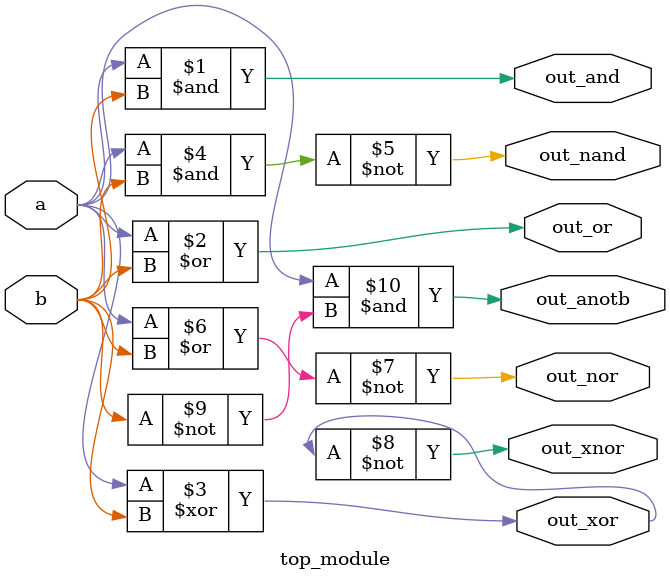
<source format=v>
module top_module( 
    input a, b,
    output out_and,
    output out_or,
    output out_xor,
    output out_nand,
    output out_nor,
    output out_xnor,
    output out_anotb
);

    assign out_and = a & b;
    assign out_or  = a | b;
    assign out_xor = a ^ b;
    assign out_nand= ~(a & b);
    assign out_nor = ~(a | b);
    assign out_xnor = ~out_xor;
    assign out_anotb = a & ~b;
endmodule

</source>
